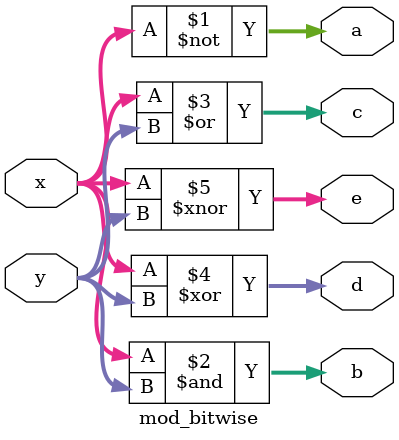
<source format=v>
`timescale 1ns / 1ps
module mod_bitwise(
output [3:0]a,b,c,d,e,
input [3:0]x,y
    );
 assign a=~x;
 assign b=x&y;
 assign c=(x|y);
 assign d=x^y;
 assign e=x^~y;
endmodule

</source>
